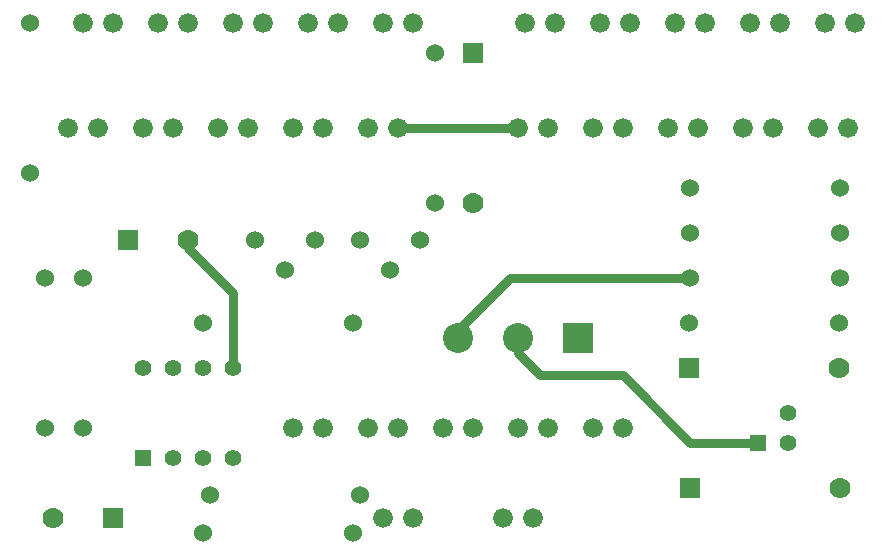
<source format=gtl>
G04 (created by PCBNEW-RS274X (2011-05-25)-stable) date Wed 14 Mar 2012 11:53:24 PM MST*
G01*
G70*
G90*
%MOIN*%
G04 Gerber Fmt 3.4, Leading zero omitted, Abs format*
%FSLAX34Y34*%
G04 APERTURE LIST*
%ADD10C,0.006000*%
%ADD11R,0.055000X0.055000*%
%ADD12C,0.055000*%
%ADD13C,0.060000*%
%ADD14C,0.066000*%
%ADD15C,0.070000*%
%ADD16R,0.070000X0.070000*%
%ADD17R,0.100000X0.100000*%
%ADD18C,0.100000*%
%ADD19C,0.030000*%
G04 APERTURE END LIST*
G54D10*
G54D11*
X62250Y-35750D03*
G54D12*
X63250Y-35750D03*
X63250Y-34750D03*
G54D13*
X51000Y-29000D03*
X50000Y-30000D03*
X49000Y-29000D03*
X47500Y-29000D03*
X46500Y-30000D03*
X45500Y-29000D03*
X38000Y-26750D03*
X38000Y-21750D03*
X43750Y-38750D03*
X48750Y-38750D03*
X65000Y-28750D03*
X60000Y-28750D03*
X65000Y-27250D03*
X60000Y-27250D03*
X39750Y-35250D03*
X39750Y-30250D03*
X48750Y-31750D03*
X43750Y-31750D03*
X51500Y-22750D03*
X51500Y-27750D03*
X59950Y-31750D03*
X64950Y-31750D03*
X65000Y-30250D03*
X60000Y-30250D03*
X38500Y-30250D03*
X38500Y-35250D03*
X49000Y-37500D03*
X44000Y-37500D03*
G54D14*
X64250Y-25250D03*
X65250Y-25250D03*
X57750Y-35250D03*
X56750Y-35250D03*
X55250Y-35250D03*
X54250Y-35250D03*
X52750Y-35250D03*
X51750Y-35250D03*
X50250Y-35250D03*
X49250Y-35250D03*
X47750Y-35250D03*
X46750Y-35250D03*
X43250Y-21750D03*
X42250Y-21750D03*
X45750Y-21750D03*
X44750Y-21750D03*
X48250Y-21750D03*
X47250Y-21750D03*
X50750Y-21750D03*
X49750Y-21750D03*
X54500Y-21750D03*
X55500Y-21750D03*
X57000Y-21750D03*
X58000Y-21750D03*
X59500Y-21750D03*
X60500Y-21750D03*
X62000Y-21750D03*
X63000Y-21750D03*
X64500Y-21750D03*
X65500Y-21750D03*
X61750Y-25250D03*
X62750Y-25250D03*
X40250Y-25250D03*
X39250Y-25250D03*
X42750Y-25250D03*
X41750Y-25250D03*
X45250Y-25250D03*
X44250Y-25250D03*
X47750Y-25250D03*
X46750Y-25250D03*
X50250Y-25250D03*
X49250Y-25250D03*
X54250Y-25250D03*
X55250Y-25250D03*
X56750Y-25250D03*
X57750Y-25250D03*
X59250Y-25250D03*
X60250Y-25250D03*
X40750Y-21750D03*
X39750Y-21750D03*
X54750Y-38250D03*
X53750Y-38250D03*
X50750Y-38250D03*
X49750Y-38250D03*
G54D11*
X41750Y-36250D03*
G54D12*
X42750Y-36250D03*
X43750Y-36250D03*
X44750Y-36250D03*
X44750Y-33250D03*
X43750Y-33250D03*
X42750Y-33250D03*
X41750Y-33250D03*
G54D15*
X52750Y-27750D03*
G54D16*
X52750Y-22750D03*
G54D15*
X65000Y-37250D03*
G54D16*
X60000Y-37250D03*
G54D15*
X64950Y-33250D03*
G54D16*
X59950Y-33250D03*
G54D17*
X56250Y-32250D03*
G54D18*
X54250Y-32250D03*
X52250Y-32250D03*
G54D16*
X41250Y-29000D03*
G54D15*
X43250Y-29000D03*
G54D16*
X40750Y-38250D03*
G54D15*
X38750Y-38250D03*
G54D19*
X52250Y-32250D02*
X52250Y-32000D01*
X54000Y-30250D02*
X60000Y-30250D01*
X52250Y-32000D02*
X54000Y-30250D01*
X43250Y-29000D02*
X43250Y-29250D01*
X44750Y-30750D02*
X44750Y-33250D01*
X43250Y-29250D02*
X44750Y-30750D01*
X50250Y-25250D02*
X54250Y-25250D01*
X62250Y-35750D02*
X60000Y-35750D01*
X54250Y-32750D02*
X54250Y-32250D01*
X57750Y-33500D02*
X60000Y-35750D01*
X55000Y-33500D02*
X57750Y-33500D01*
X54250Y-32750D02*
X55000Y-33500D01*
M02*

</source>
